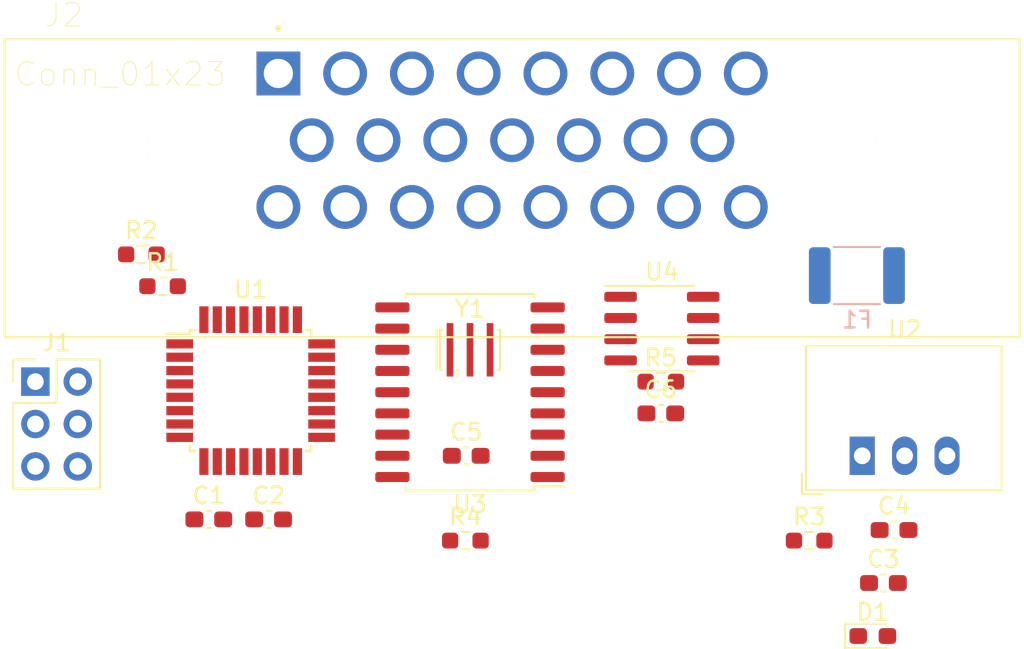
<source format=kicad_pcb>
(kicad_pcb (version 20171130) (host pcbnew 5.1.7-a382d34a8~88~ubuntu18.04.1)

  (general
    (thickness 1.6)
    (drawings 0)
    (tracks 0)
    (zones 0)
    (modules 20)
    (nets 29)
  )

  (page A4)
  (layers
    (0 F.Cu signal)
    (31 B.Cu signal)
    (32 B.Adhes user)
    (33 F.Adhes user)
    (34 B.Paste user)
    (35 F.Paste user)
    (36 B.SilkS user)
    (37 F.SilkS user)
    (38 B.Mask user)
    (39 F.Mask user)
    (40 Dwgs.User user)
    (41 Cmts.User user)
    (42 Eco1.User user)
    (43 Eco2.User user)
    (44 Edge.Cuts user)
    (45 Margin user)
    (46 B.CrtYd user hide)
    (47 F.CrtYd user)
    (48 B.Fab user hide)
    (49 F.Fab user hide)
  )

  (setup
    (last_trace_width 0.25)
    (trace_clearance 0.2)
    (zone_clearance 0.508)
    (zone_45_only no)
    (trace_min 0.2)
    (via_size 0.8)
    (via_drill 0.4)
    (via_min_size 0.4)
    (via_min_drill 0.3)
    (uvia_size 0.3)
    (uvia_drill 0.1)
    (uvias_allowed no)
    (uvia_min_size 0.2)
    (uvia_min_drill 0.1)
    (edge_width 0.05)
    (segment_width 0.2)
    (pcb_text_width 0.3)
    (pcb_text_size 1.5 1.5)
    (mod_edge_width 0.12)
    (mod_text_size 1 1)
    (mod_text_width 0.15)
    (pad_size 1.524 1.524)
    (pad_drill 0.762)
    (pad_to_mask_clearance 0)
    (aux_axis_origin 0 0)
    (visible_elements FFFFFF7F)
    (pcbplotparams
      (layerselection 0x010fc_ffffffff)
      (usegerberextensions false)
      (usegerberattributes true)
      (usegerberadvancedattributes true)
      (creategerberjobfile true)
      (excludeedgelayer true)
      (linewidth 0.100000)
      (plotframeref false)
      (viasonmask false)
      (mode 1)
      (useauxorigin false)
      (hpglpennumber 1)
      (hpglpenspeed 20)
      (hpglpendiameter 15.000000)
      (psnegative false)
      (psa4output false)
      (plotreference true)
      (plotvalue true)
      (plotinvisibletext false)
      (padsonsilk false)
      (subtractmaskfromsilk false)
      (outputformat 1)
      (mirror false)
      (drillshape 1)
      (scaleselection 1)
      (outputdirectory ""))
  )

  (net 0 "")
  (net 1 GND)
  (net 2 +5V)
  (net 3 "Net-(C2-Pad1)")
  (net 4 "Net-(C3-Pad1)")
  (net 5 "Net-(D1-Pad2)")
  (net 6 +12V)
  (net 7 /RESET)
  (net 8 /MOSI)
  (net 9 /SCK)
  (net 10 /MISO)
  (net 11 /CANL)
  (net 12 /SENSOR_4)
  (net 13 /SENSOR_3)
  (net 14 /CANH)
  (net 15 /SENSOR_1)
  (net 16 /ACC1)
  (net 17 /ACC0)
  (net 18 /BRAKE1)
  (net 19 /BRAKE0)
  (net 20 /SENSOR_2)
  (net 21 /STEER)
  (net 22 "Net-(R4-Pad2)")
  (net 23 /CAN_INT)
  (net 24 /CAN_CS)
  (net 25 "Net-(U3-Pad8)")
  (net 26 "Net-(U3-Pad7)")
  (net 27 /RXCAN)
  (net 28 /TXCAN)

  (net_class Default "This is the default net class."
    (clearance 0.2)
    (trace_width 0.25)
    (via_dia 0.8)
    (via_drill 0.4)
    (uvia_dia 0.3)
    (uvia_drill 0.1)
    (add_net +12V)
    (add_net +5V)
    (add_net /ACC0)
    (add_net /ACC1)
    (add_net /BRAKE0)
    (add_net /BRAKE1)
    (add_net /CANH)
    (add_net /CANL)
    (add_net /CAN_CS)
    (add_net /CAN_INT)
    (add_net /MISO)
    (add_net /MOSI)
    (add_net /RESET)
    (add_net /RXCAN)
    (add_net /SCK)
    (add_net /SENSOR_1)
    (add_net /SENSOR_2)
    (add_net /SENSOR_3)
    (add_net /SENSOR_4)
    (add_net /STEER)
    (add_net /TXCAN)
    (add_net GND)
    (add_net "Net-(C2-Pad1)")
    (add_net "Net-(C3-Pad1)")
    (add_net "Net-(D1-Pad2)")
    (add_net "Net-(R4-Pad2)")
    (add_net "Net-(U1-Pad12)")
    (add_net "Net-(U1-Pad13)")
    (add_net "Net-(U1-Pad14)")
    (add_net "Net-(U1-Pad19)")
    (add_net "Net-(U1-Pad22)")
    (add_net "Net-(U1-Pad28)")
    (add_net "Net-(U1-Pad30)")
    (add_net "Net-(U1-Pad31)")
    (add_net "Net-(U1-Pad7)")
    (add_net "Net-(U1-Pad8)")
    (add_net "Net-(U3-Pad10)")
    (add_net "Net-(U3-Pad11)")
    (add_net "Net-(U3-Pad3)")
    (add_net "Net-(U3-Pad4)")
    (add_net "Net-(U3-Pad5)")
    (add_net "Net-(U3-Pad6)")
    (add_net "Net-(U3-Pad7)")
    (add_net "Net-(U3-Pad8)")
    (add_net "Net-(U4-Pad5)")
  )

  (module AERO_CUSTOM:Resonator_SMD_muRata_CSTxExxV-3Pin_3.0x1.1mm_HandSoldering (layer F.Cu) (tedit 5E6FB435) (tstamp 5FFD5879)
    (at 129.54 69.215)
    (descr "SMD Resomator/Filter Murata CSTCE, https://www.murata.com/en-eu/products/productdata/8801162264606/SPEC-CSTNE16M0VH3C000R0.pdf")
    (tags "SMD SMT ceramic resonator filter")
    (path /5FFB3974)
    (attr smd)
    (fp_text reference Y1 (at 0 -2.45) (layer F.SilkS)
      (effects (font (size 1 1) (thickness 0.15)))
    )
    (fp_text value 16MHz (at 0 1.8) (layer F.Fab)
      (effects (font (size 0.2 0.2) (thickness 0.03)))
    )
    (fp_text user %R (at 0.1 -0.05) (layer F.Fab)
      (effects (font (size 0.6 0.6) (thickness 0.08)))
    )
    (fp_line (start 1.8 -1.2) (end 1.8 0.8) (layer F.SilkS) (width 0.12))
    (fp_line (start -1.8 0.8) (end -1.8 -1.2) (layer F.SilkS) (width 0.12))
    (fp_line (start -0.75 1.2) (end -0.75 1.6) (layer F.SilkS) (width 0.12))
    (fp_line (start -2 -1.2) (end -2 0.8) (layer F.SilkS) (width 0.12))
    (fp_line (start 1.8 0.8) (end 1.8 1.2) (layer F.SilkS) (width 0.12))
    (fp_line (start -1.8 0.8) (end -1.8 1.2) (layer F.SilkS) (width 0.12))
    (fp_line (start -2 0.8) (end -2 1.2) (layer F.SilkS) (width 0.12))
    (fp_line (start 1.5 0.8) (end 1.5 -0.8) (layer F.Fab) (width 0.1))
    (fp_line (start 1.5 -0.8) (end -1.5 -0.8) (layer F.Fab) (width 0.1))
    (fp_line (start -1 0.8) (end -1.5 0.3) (layer F.Fab) (width 0.1))
    (fp_line (start -1 0.8) (end 1.5 0.8) (layer F.Fab) (width 0.1))
    (fp_line (start -1.5 0.3) (end -1.5 -0.8) (layer F.Fab) (width 0.1))
    (fp_line (start 1.75 1.85) (end -1.75 1.85) (layer F.CrtYd) (width 0.05))
    (fp_line (start -1.75 -1.85) (end 1.75 -1.85) (layer F.CrtYd) (width 0.05))
    (fp_line (start 1.75 -1.85) (end 1.75 1.85) (layer F.CrtYd) (width 0.05))
    (fp_line (start -1.75 1.85) (end -1.75 -1.85) (layer F.CrtYd) (width 0.05))
    (fp_line (start -1.8 -1.2) (end -1.65 -1.2) (layer F.SilkS) (width 0.12))
    (fp_line (start -1.8 1.2) (end -1.65 1.2) (layer F.SilkS) (width 0.12))
    (fp_line (start -0.75 1.2) (end -0.8 1.2) (layer F.SilkS) (width 0.12))
    (fp_line (start 1.8 1.2) (end 1.65 1.2) (layer F.SilkS) (width 0.12))
    (fp_line (start 1.8 -1.2) (end 1.65 -1.2) (layer F.SilkS) (width 0.12))
    (pad 3 smd rect (at 1.2 0) (size 0.4 3.2) (layers F.Cu F.Paste F.Mask)
      (net 25 "Net-(U3-Pad8)"))
    (pad 2 smd rect (at 0 0) (size 0.4 3.2) (layers F.Cu F.Paste F.Mask)
      (net 1 GND))
    (pad 1 smd rect (at -1.2 0) (size 0.4 3.2) (layers F.Cu F.Paste F.Mask)
      (net 26 "Net-(U3-Pad7)"))
    (model ${AERO_3D}/CSTCE.STEP
      (at (xyz 0 0 0))
      (scale (xyz 1 1 1))
      (rotate (xyz 0 0 0))
    )
  )

  (module Package_SO:SOIC-8_3.9x4.9mm_P1.27mm (layer F.Cu) (tedit 5D9F72B1) (tstamp 5FFD585C)
    (at 141.035 67.945)
    (descr "SOIC, 8 Pin (JEDEC MS-012AA, https://www.analog.com/media/en/package-pcb-resources/package/pkg_pdf/soic_narrow-r/r_8.pdf), generated with kicad-footprint-generator ipc_gullwing_generator.py")
    (tags "SOIC SO")
    (path /5FFBACF5)
    (attr smd)
    (fp_text reference U4 (at 0 -3.4) (layer F.SilkS)
      (effects (font (size 1 1) (thickness 0.15)))
    )
    (fp_text value MCP2551-I-SN (at 0 3.4) (layer F.Fab)
      (effects (font (size 1 1) (thickness 0.15)))
    )
    (fp_text user %R (at 0 0) (layer F.Fab)
      (effects (font (size 0.98 0.98) (thickness 0.15)))
    )
    (fp_line (start 0 2.56) (end 1.95 2.56) (layer F.SilkS) (width 0.12))
    (fp_line (start 0 2.56) (end -1.95 2.56) (layer F.SilkS) (width 0.12))
    (fp_line (start 0 -2.56) (end 1.95 -2.56) (layer F.SilkS) (width 0.12))
    (fp_line (start 0 -2.56) (end -3.45 -2.56) (layer F.SilkS) (width 0.12))
    (fp_line (start -0.975 -2.45) (end 1.95 -2.45) (layer F.Fab) (width 0.1))
    (fp_line (start 1.95 -2.45) (end 1.95 2.45) (layer F.Fab) (width 0.1))
    (fp_line (start 1.95 2.45) (end -1.95 2.45) (layer F.Fab) (width 0.1))
    (fp_line (start -1.95 2.45) (end -1.95 -1.475) (layer F.Fab) (width 0.1))
    (fp_line (start -1.95 -1.475) (end -0.975 -2.45) (layer F.Fab) (width 0.1))
    (fp_line (start -3.7 -2.7) (end -3.7 2.7) (layer F.CrtYd) (width 0.05))
    (fp_line (start -3.7 2.7) (end 3.7 2.7) (layer F.CrtYd) (width 0.05))
    (fp_line (start 3.7 2.7) (end 3.7 -2.7) (layer F.CrtYd) (width 0.05))
    (fp_line (start 3.7 -2.7) (end -3.7 -2.7) (layer F.CrtYd) (width 0.05))
    (pad 8 smd roundrect (at 2.475 -1.905) (size 1.95 0.6) (layers F.Cu F.Paste F.Mask) (roundrect_rratio 0.25)
      (net 1 GND))
    (pad 7 smd roundrect (at 2.475 -0.635) (size 1.95 0.6) (layers F.Cu F.Paste F.Mask) (roundrect_rratio 0.25)
      (net 14 /CANH))
    (pad 6 smd roundrect (at 2.475 0.635) (size 1.95 0.6) (layers F.Cu F.Paste F.Mask) (roundrect_rratio 0.25)
      (net 11 /CANL))
    (pad 5 smd roundrect (at 2.475 1.905) (size 1.95 0.6) (layers F.Cu F.Paste F.Mask) (roundrect_rratio 0.25))
    (pad 4 smd roundrect (at -2.475 1.905) (size 1.95 0.6) (layers F.Cu F.Paste F.Mask) (roundrect_rratio 0.25)
      (net 27 /RXCAN))
    (pad 3 smd roundrect (at -2.475 0.635) (size 1.95 0.6) (layers F.Cu F.Paste F.Mask) (roundrect_rratio 0.25)
      (net 2 +5V))
    (pad 2 smd roundrect (at -2.475 -0.635) (size 1.95 0.6) (layers F.Cu F.Paste F.Mask) (roundrect_rratio 0.25)
      (net 1 GND))
    (pad 1 smd roundrect (at -2.475 -1.905) (size 1.95 0.6) (layers F.Cu F.Paste F.Mask) (roundrect_rratio 0.25)
      (net 28 /TXCAN))
    (model ${KISYS3DMOD}/Package_SO.3dshapes/SOIC-8_3.9x4.9mm_P1.27mm.wrl
      (at (xyz 0 0 0))
      (scale (xyz 1 1 1))
      (rotate (xyz 0 0 0))
    )
  )

  (module Package_SO:SOIC-18W_7.5x11.6mm_P1.27mm (layer F.Cu) (tedit 5D9F72B1) (tstamp 5FFD5842)
    (at 129.54 71.755 180)
    (descr "SOIC, 18 Pin (JEDEC MS-013AB, https://www.analog.com/media/en/package-pcb-resources/package/33254132129439rw_18.pdf), generated with kicad-footprint-generator ipc_gullwing_generator.py")
    (tags "SOIC SO")
    (path /5FFBACF4)
    (attr smd)
    (fp_text reference U3 (at 0 -6.72) (layer F.SilkS)
      (effects (font (size 1 1) (thickness 0.15)))
    )
    (fp_text value MCP2515-xSO (at 0 6.72) (layer F.Fab)
      (effects (font (size 1 1) (thickness 0.15)))
    )
    (fp_text user %R (at 0 0) (layer F.Fab)
      (effects (font (size 1 1) (thickness 0.15)))
    )
    (fp_line (start 0 5.885) (end 3.86 5.885) (layer F.SilkS) (width 0.12))
    (fp_line (start 3.86 5.885) (end 3.86 5.64) (layer F.SilkS) (width 0.12))
    (fp_line (start 0 5.885) (end -3.86 5.885) (layer F.SilkS) (width 0.12))
    (fp_line (start -3.86 5.885) (end -3.86 5.64) (layer F.SilkS) (width 0.12))
    (fp_line (start 0 -5.885) (end 3.86 -5.885) (layer F.SilkS) (width 0.12))
    (fp_line (start 3.86 -5.885) (end 3.86 -5.64) (layer F.SilkS) (width 0.12))
    (fp_line (start 0 -5.885) (end -3.86 -5.885) (layer F.SilkS) (width 0.12))
    (fp_line (start -3.86 -5.885) (end -3.86 -5.64) (layer F.SilkS) (width 0.12))
    (fp_line (start -3.86 -5.64) (end -5.675 -5.64) (layer F.SilkS) (width 0.12))
    (fp_line (start -2.75 -5.775) (end 3.75 -5.775) (layer F.Fab) (width 0.1))
    (fp_line (start 3.75 -5.775) (end 3.75 5.775) (layer F.Fab) (width 0.1))
    (fp_line (start 3.75 5.775) (end -3.75 5.775) (layer F.Fab) (width 0.1))
    (fp_line (start -3.75 5.775) (end -3.75 -4.775) (layer F.Fab) (width 0.1))
    (fp_line (start -3.75 -4.775) (end -2.75 -5.775) (layer F.Fab) (width 0.1))
    (fp_line (start -5.93 -6.02) (end -5.93 6.02) (layer F.CrtYd) (width 0.05))
    (fp_line (start -5.93 6.02) (end 5.93 6.02) (layer F.CrtYd) (width 0.05))
    (fp_line (start 5.93 6.02) (end 5.93 -6.02) (layer F.CrtYd) (width 0.05))
    (fp_line (start 5.93 -6.02) (end -5.93 -6.02) (layer F.CrtYd) (width 0.05))
    (pad 18 smd roundrect (at 4.65 -5.08 180) (size 2.05 0.6) (layers F.Cu F.Paste F.Mask) (roundrect_rratio 0.25)
      (net 2 +5V))
    (pad 17 smd roundrect (at 4.65 -3.81 180) (size 2.05 0.6) (layers F.Cu F.Paste F.Mask) (roundrect_rratio 0.25)
      (net 22 "Net-(R4-Pad2)"))
    (pad 16 smd roundrect (at 4.65 -2.54 180) (size 2.05 0.6) (layers F.Cu F.Paste F.Mask) (roundrect_rratio 0.25)
      (net 24 /CAN_CS))
    (pad 15 smd roundrect (at 4.65 -1.27 180) (size 2.05 0.6) (layers F.Cu F.Paste F.Mask) (roundrect_rratio 0.25)
      (net 10 /MISO))
    (pad 14 smd roundrect (at 4.65 0 180) (size 2.05 0.6) (layers F.Cu F.Paste F.Mask) (roundrect_rratio 0.25)
      (net 8 /MOSI))
    (pad 13 smd roundrect (at 4.65 1.27 180) (size 2.05 0.6) (layers F.Cu F.Paste F.Mask) (roundrect_rratio 0.25)
      (net 9 /SCK))
    (pad 12 smd roundrect (at 4.65 2.54 180) (size 2.05 0.6) (layers F.Cu F.Paste F.Mask) (roundrect_rratio 0.25)
      (net 23 /CAN_INT))
    (pad 11 smd roundrect (at 4.65 3.81 180) (size 2.05 0.6) (layers F.Cu F.Paste F.Mask) (roundrect_rratio 0.25))
    (pad 10 smd roundrect (at 4.65 5.08 180) (size 2.05 0.6) (layers F.Cu F.Paste F.Mask) (roundrect_rratio 0.25))
    (pad 9 smd roundrect (at -4.65 5.08 180) (size 2.05 0.6) (layers F.Cu F.Paste F.Mask) (roundrect_rratio 0.25)
      (net 1 GND))
    (pad 8 smd roundrect (at -4.65 3.81 180) (size 2.05 0.6) (layers F.Cu F.Paste F.Mask) (roundrect_rratio 0.25)
      (net 25 "Net-(U3-Pad8)"))
    (pad 7 smd roundrect (at -4.65 2.54 180) (size 2.05 0.6) (layers F.Cu F.Paste F.Mask) (roundrect_rratio 0.25)
      (net 26 "Net-(U3-Pad7)"))
    (pad 6 smd roundrect (at -4.65 1.27 180) (size 2.05 0.6) (layers F.Cu F.Paste F.Mask) (roundrect_rratio 0.25))
    (pad 5 smd roundrect (at -4.65 0 180) (size 2.05 0.6) (layers F.Cu F.Paste F.Mask) (roundrect_rratio 0.25))
    (pad 4 smd roundrect (at -4.65 -1.27 180) (size 2.05 0.6) (layers F.Cu F.Paste F.Mask) (roundrect_rratio 0.25))
    (pad 3 smd roundrect (at -4.65 -2.54 180) (size 2.05 0.6) (layers F.Cu F.Paste F.Mask) (roundrect_rratio 0.25))
    (pad 2 smd roundrect (at -4.65 -3.81 180) (size 2.05 0.6) (layers F.Cu F.Paste F.Mask) (roundrect_rratio 0.25)
      (net 27 /RXCAN))
    (pad 1 smd roundrect (at -4.65 -5.08 180) (size 2.05 0.6) (layers F.Cu F.Paste F.Mask) (roundrect_rratio 0.25)
      (net 28 /TXCAN))
    (model ${KISYS3DMOD}/Package_SO.3dshapes/SOIC-18W_7.5x11.6mm_P1.27mm.wrl
      (at (xyz 0 0 0))
      (scale (xyz 1 1 1))
      (rotate (xyz 0 0 0))
    )
  )

  (module Converter_DCDC:Converter_DCDC_RECOM_R-78E-0.5_THT (layer F.Cu) (tedit 5B741BB0) (tstamp 5FFD5819)
    (at 153.035 75.565)
    (descr "DCDC-Converter, RECOM, RECOM_R-78E-0.5, SIP-3, pitch 2.54mm, package size 11.6x8.5x10.4mm^3, https://www.recom-power.com/pdf/Innoline/R-78Exx-0.5.pdf")
    (tags "dc-dc recom buck sip-3 pitch 2.54mm")
    (path /5FFBF32A)
    (fp_text reference U2 (at 2.54 -7.56) (layer F.SilkS)
      (effects (font (size 1 1) (thickness 0.15)))
    )
    (fp_text value R-785.0-1.0 (at 2.54 3) (layer F.Fab)
      (effects (font (size 1 1) (thickness 0.15)))
    )
    (fp_text user %R (at 2.54 -2.25) (layer F.Fab)
      (effects (font (size 1 1) (thickness 0.15)))
    )
    (fp_line (start -3.31 -6.5) (end 8.29 -6.5) (layer F.Fab) (width 0.1))
    (fp_line (start 8.29 -6.5) (end 8.29 2) (layer F.Fab) (width 0.1))
    (fp_line (start 8.29 2) (end -2.31 2) (layer F.Fab) (width 0.1))
    (fp_line (start -2.31 2) (end -3.31 1) (layer F.Fab) (width 0.1))
    (fp_line (start -3.31 1) (end -3.31 -6.5) (layer F.Fab) (width 0.1))
    (fp_line (start -3.371 -6.56) (end 8.35 -6.56) (layer F.SilkS) (width 0.12))
    (fp_line (start -3.371 2.06) (end 8.35 2.06) (layer F.SilkS) (width 0.12))
    (fp_line (start -3.371 -6.56) (end -3.371 2.06) (layer F.SilkS) (width 0.12))
    (fp_line (start 8.35 -6.56) (end 8.35 2.06) (layer F.SilkS) (width 0.12))
    (fp_line (start -3.611 1.06) (end -3.611 2.3) (layer F.SilkS) (width 0.12))
    (fp_line (start -3.611 2.3) (end -2.371 2.3) (layer F.SilkS) (width 0.12))
    (fp_line (start -3.57 -6.75) (end -3.57 2.25) (layer F.CrtYd) (width 0.05))
    (fp_line (start -3.57 2.25) (end 8.54 2.25) (layer F.CrtYd) (width 0.05))
    (fp_line (start 8.54 2.25) (end 8.54 -6.75) (layer F.CrtYd) (width 0.05))
    (fp_line (start 8.54 -6.75) (end -3.57 -6.75) (layer F.CrtYd) (width 0.05))
    (pad 3 thru_hole oval (at 5.08 0) (size 1.5 2.3) (drill 1) (layers *.Cu *.Mask)
      (net 2 +5V))
    (pad 2 thru_hole oval (at 2.54 0) (size 1.5 2.3) (drill 1) (layers *.Cu *.Mask)
      (net 1 GND))
    (pad 1 thru_hole rect (at 0 0) (size 1.5 2.3) (drill 1) (layers *.Cu *.Mask)
      (net 4 "Net-(C3-Pad1)"))
    (model ${KISYS3DMOD}/Converter_DCDC.3dshapes/Converter_DCDC_RECOM_R-78E-0.5_THT.wrl
      (at (xyz 0 0 0))
      (scale (xyz 1 1 1))
      (rotate (xyz 0 0 0))
    )
  )

  (module Package_QFP:TQFP-32_7x7mm_P0.8mm (layer F.Cu) (tedit 5A02F146) (tstamp 5FFD5802)
    (at 116.4 71.66)
    (descr "32-Lead Plastic Thin Quad Flatpack (PT) - 7x7x1.0 mm Body, 2.00 mm [TQFP] (see Microchip Packaging Specification 00000049BS.pdf)")
    (tags "QFP 0.8")
    (path /5FFB1AB9)
    (attr smd)
    (fp_text reference U1 (at 0 -6.05) (layer F.SilkS)
      (effects (font (size 1 1) (thickness 0.15)))
    )
    (fp_text value ATmega328P-AU (at 0 6.05) (layer F.Fab)
      (effects (font (size 1 1) (thickness 0.15)))
    )
    (fp_text user %R (at 0 0) (layer F.Fab)
      (effects (font (size 1 1) (thickness 0.15)))
    )
    (fp_line (start -2.5 -3.5) (end 3.5 -3.5) (layer F.Fab) (width 0.15))
    (fp_line (start 3.5 -3.5) (end 3.5 3.5) (layer F.Fab) (width 0.15))
    (fp_line (start 3.5 3.5) (end -3.5 3.5) (layer F.Fab) (width 0.15))
    (fp_line (start -3.5 3.5) (end -3.5 -2.5) (layer F.Fab) (width 0.15))
    (fp_line (start -3.5 -2.5) (end -2.5 -3.5) (layer F.Fab) (width 0.15))
    (fp_line (start -5.3 -5.3) (end -5.3 5.3) (layer F.CrtYd) (width 0.05))
    (fp_line (start 5.3 -5.3) (end 5.3 5.3) (layer F.CrtYd) (width 0.05))
    (fp_line (start -5.3 -5.3) (end 5.3 -5.3) (layer F.CrtYd) (width 0.05))
    (fp_line (start -5.3 5.3) (end 5.3 5.3) (layer F.CrtYd) (width 0.05))
    (fp_line (start -3.625 -3.625) (end -3.625 -3.4) (layer F.SilkS) (width 0.15))
    (fp_line (start 3.625 -3.625) (end 3.625 -3.3) (layer F.SilkS) (width 0.15))
    (fp_line (start 3.625 3.625) (end 3.625 3.3) (layer F.SilkS) (width 0.15))
    (fp_line (start -3.625 3.625) (end -3.625 3.3) (layer F.SilkS) (width 0.15))
    (fp_line (start -3.625 -3.625) (end -3.3 -3.625) (layer F.SilkS) (width 0.15))
    (fp_line (start -3.625 3.625) (end -3.3 3.625) (layer F.SilkS) (width 0.15))
    (fp_line (start 3.625 3.625) (end 3.3 3.625) (layer F.SilkS) (width 0.15))
    (fp_line (start 3.625 -3.625) (end 3.3 -3.625) (layer F.SilkS) (width 0.15))
    (fp_line (start -3.625 -3.4) (end -5.05 -3.4) (layer F.SilkS) (width 0.15))
    (pad 32 smd rect (at -2.8 -4.25 90) (size 1.6 0.55) (layers F.Cu F.Paste F.Mask)
      (net 23 /CAN_INT))
    (pad 31 smd rect (at -2 -4.25 90) (size 1.6 0.55) (layers F.Cu F.Paste F.Mask))
    (pad 30 smd rect (at -1.2 -4.25 90) (size 1.6 0.55) (layers F.Cu F.Paste F.Mask))
    (pad 29 smd rect (at -0.4 -4.25 90) (size 1.6 0.55) (layers F.Cu F.Paste F.Mask)
      (net 7 /RESET))
    (pad 28 smd rect (at 0.4 -4.25 90) (size 1.6 0.55) (layers F.Cu F.Paste F.Mask))
    (pad 27 smd rect (at 1.2 -4.25 90) (size 1.6 0.55) (layers F.Cu F.Paste F.Mask)
      (net 16 /ACC1))
    (pad 26 smd rect (at 2 -4.25 90) (size 1.6 0.55) (layers F.Cu F.Paste F.Mask)
      (net 17 /ACC0))
    (pad 25 smd rect (at 2.8 -4.25 90) (size 1.6 0.55) (layers F.Cu F.Paste F.Mask)
      (net 18 /BRAKE1))
    (pad 24 smd rect (at 4.25 -2.8) (size 1.6 0.55) (layers F.Cu F.Paste F.Mask)
      (net 19 /BRAKE0))
    (pad 23 smd rect (at 4.25 -2) (size 1.6 0.55) (layers F.Cu F.Paste F.Mask)
      (net 21 /STEER))
    (pad 22 smd rect (at 4.25 -1.2) (size 1.6 0.55) (layers F.Cu F.Paste F.Mask))
    (pad 21 smd rect (at 4.25 -0.4) (size 1.6 0.55) (layers F.Cu F.Paste F.Mask)
      (net 1 GND))
    (pad 20 smd rect (at 4.25 0.4) (size 1.6 0.55) (layers F.Cu F.Paste F.Mask)
      (net 3 "Net-(C2-Pad1)"))
    (pad 19 smd rect (at 4.25 1.2) (size 1.6 0.55) (layers F.Cu F.Paste F.Mask))
    (pad 18 smd rect (at 4.25 2) (size 1.6 0.55) (layers F.Cu F.Paste F.Mask)
      (net 2 +5V))
    (pad 17 smd rect (at 4.25 2.8) (size 1.6 0.55) (layers F.Cu F.Paste F.Mask)
      (net 9 /SCK))
    (pad 16 smd rect (at 2.8 4.25 90) (size 1.6 0.55) (layers F.Cu F.Paste F.Mask)
      (net 10 /MISO))
    (pad 15 smd rect (at 2 4.25 90) (size 1.6 0.55) (layers F.Cu F.Paste F.Mask)
      (net 8 /MOSI))
    (pad 14 smd rect (at 1.2 4.25 90) (size 1.6 0.55) (layers F.Cu F.Paste F.Mask))
    (pad 13 smd rect (at 0.4 4.25 90) (size 1.6 0.55) (layers F.Cu F.Paste F.Mask))
    (pad 12 smd rect (at -0.4 4.25 90) (size 1.6 0.55) (layers F.Cu F.Paste F.Mask))
    (pad 11 smd rect (at -1.2 4.25 90) (size 1.6 0.55) (layers F.Cu F.Paste F.Mask)
      (net 12 /SENSOR_4))
    (pad 10 smd rect (at -2 4.25 90) (size 1.6 0.55) (layers F.Cu F.Paste F.Mask)
      (net 13 /SENSOR_3))
    (pad 9 smd rect (at -2.8 4.25 90) (size 1.6 0.55) (layers F.Cu F.Paste F.Mask)
      (net 24 /CAN_CS))
    (pad 8 smd rect (at -4.25 2.8) (size 1.6 0.55) (layers F.Cu F.Paste F.Mask))
    (pad 7 smd rect (at -4.25 2) (size 1.6 0.55) (layers F.Cu F.Paste F.Mask))
    (pad 6 smd rect (at -4.25 1.2) (size 1.6 0.55) (layers F.Cu F.Paste F.Mask)
      (net 2 +5V))
    (pad 5 smd rect (at -4.25 0.4) (size 1.6 0.55) (layers F.Cu F.Paste F.Mask)
      (net 1 GND))
    (pad 4 smd rect (at -4.25 -0.4) (size 1.6 0.55) (layers F.Cu F.Paste F.Mask)
      (net 2 +5V))
    (pad 3 smd rect (at -4.25 -1.2) (size 1.6 0.55) (layers F.Cu F.Paste F.Mask)
      (net 1 GND))
    (pad 2 smd rect (at -4.25 -2) (size 1.6 0.55) (layers F.Cu F.Paste F.Mask)
      (net 20 /SENSOR_2))
    (pad 1 smd rect (at -4.25 -2.8) (size 1.6 0.55) (layers F.Cu F.Paste F.Mask)
      (net 15 /SENSOR_1))
    (model ${KISYS3DMOD}/Package_QFP.3dshapes/TQFP-32_7x7mm_P0.8mm.wrl
      (at (xyz 0 0 0))
      (scale (xyz 1 1 1))
      (rotate (xyz 0 0 0))
    )
  )

  (module Resistor_SMD:R_0603_1608Metric_Pad0.98x0.95mm_HandSolder (layer F.Cu) (tedit 5F68FEEE) (tstamp 5FFD57CB)
    (at 140.97 71.12)
    (descr "Resistor SMD 0603 (1608 Metric), square (rectangular) end terminal, IPC_7351 nominal with elongated pad for handsoldering. (Body size source: IPC-SM-782 page 72, https://www.pcb-3d.com/wordpress/wp-content/uploads/ipc-sm-782a_amendment_1_and_2.pdf), generated with kicad-footprint-generator")
    (tags "resistor handsolder")
    (path /5FFBAD0A)
    (attr smd)
    (fp_text reference R5 (at 0 -1.43) (layer F.SilkS)
      (effects (font (size 1 1) (thickness 0.15)))
    )
    (fp_text value 120 (at 0 1.43) (layer F.Fab)
      (effects (font (size 1 1) (thickness 0.15)))
    )
    (fp_text user %R (at 0 0) (layer F.Fab)
      (effects (font (size 0.4 0.4) (thickness 0.06)))
    )
    (fp_line (start -0.8 0.4125) (end -0.8 -0.4125) (layer F.Fab) (width 0.1))
    (fp_line (start -0.8 -0.4125) (end 0.8 -0.4125) (layer F.Fab) (width 0.1))
    (fp_line (start 0.8 -0.4125) (end 0.8 0.4125) (layer F.Fab) (width 0.1))
    (fp_line (start 0.8 0.4125) (end -0.8 0.4125) (layer F.Fab) (width 0.1))
    (fp_line (start -0.254724 -0.5225) (end 0.254724 -0.5225) (layer F.SilkS) (width 0.12))
    (fp_line (start -0.254724 0.5225) (end 0.254724 0.5225) (layer F.SilkS) (width 0.12))
    (fp_line (start -1.65 0.73) (end -1.65 -0.73) (layer F.CrtYd) (width 0.05))
    (fp_line (start -1.65 -0.73) (end 1.65 -0.73) (layer F.CrtYd) (width 0.05))
    (fp_line (start 1.65 -0.73) (end 1.65 0.73) (layer F.CrtYd) (width 0.05))
    (fp_line (start 1.65 0.73) (end -1.65 0.73) (layer F.CrtYd) (width 0.05))
    (pad 2 smd roundrect (at 0.9125 0) (size 0.975 0.95) (layers F.Cu F.Paste F.Mask) (roundrect_rratio 0.25)
      (net 11 /CANL))
    (pad 1 smd roundrect (at -0.9125 0) (size 0.975 0.95) (layers F.Cu F.Paste F.Mask) (roundrect_rratio 0.25)
      (net 14 /CANH))
    (model ${KISYS3DMOD}/Resistor_SMD.3dshapes/R_0603_1608Metric.wrl
      (at (xyz 0 0 0))
      (scale (xyz 1 1 1))
      (rotate (xyz 0 0 0))
    )
  )

  (module Resistor_SMD:R_0603_1608Metric_Pad0.98x0.95mm_HandSolder (layer F.Cu) (tedit 5F68FEEE) (tstamp 5FFD57BA)
    (at 129.2625 80.645)
    (descr "Resistor SMD 0603 (1608 Metric), square (rectangular) end terminal, IPC_7351 nominal with elongated pad for handsoldering. (Body size source: IPC-SM-782 page 72, https://www.pcb-3d.com/wordpress/wp-content/uploads/ipc-sm-782a_amendment_1_and_2.pdf), generated with kicad-footprint-generator")
    (tags "resistor handsolder")
    (path /5FFBAD04)
    (attr smd)
    (fp_text reference R4 (at 0 -1.43) (layer F.SilkS)
      (effects (font (size 1 1) (thickness 0.15)))
    )
    (fp_text value 10K (at 0 1.43) (layer F.Fab)
      (effects (font (size 1 1) (thickness 0.15)))
    )
    (fp_text user %R (at 0 0) (layer F.Fab)
      (effects (font (size 0.4 0.4) (thickness 0.06)))
    )
    (fp_line (start -0.8 0.4125) (end -0.8 -0.4125) (layer F.Fab) (width 0.1))
    (fp_line (start -0.8 -0.4125) (end 0.8 -0.4125) (layer F.Fab) (width 0.1))
    (fp_line (start 0.8 -0.4125) (end 0.8 0.4125) (layer F.Fab) (width 0.1))
    (fp_line (start 0.8 0.4125) (end -0.8 0.4125) (layer F.Fab) (width 0.1))
    (fp_line (start -0.254724 -0.5225) (end 0.254724 -0.5225) (layer F.SilkS) (width 0.12))
    (fp_line (start -0.254724 0.5225) (end 0.254724 0.5225) (layer F.SilkS) (width 0.12))
    (fp_line (start -1.65 0.73) (end -1.65 -0.73) (layer F.CrtYd) (width 0.05))
    (fp_line (start -1.65 -0.73) (end 1.65 -0.73) (layer F.CrtYd) (width 0.05))
    (fp_line (start 1.65 -0.73) (end 1.65 0.73) (layer F.CrtYd) (width 0.05))
    (fp_line (start 1.65 0.73) (end -1.65 0.73) (layer F.CrtYd) (width 0.05))
    (pad 2 smd roundrect (at 0.9125 0) (size 0.975 0.95) (layers F.Cu F.Paste F.Mask) (roundrect_rratio 0.25)
      (net 22 "Net-(R4-Pad2)"))
    (pad 1 smd roundrect (at -0.9125 0) (size 0.975 0.95) (layers F.Cu F.Paste F.Mask) (roundrect_rratio 0.25)
      (net 2 +5V))
    (model ${KISYS3DMOD}/Resistor_SMD.3dshapes/R_0603_1608Metric.wrl
      (at (xyz 0 0 0))
      (scale (xyz 1 1 1))
      (rotate (xyz 0 0 0))
    )
  )

  (module Resistor_SMD:R_0603_1608Metric_Pad0.98x0.95mm_HandSolder (layer F.Cu) (tedit 5F68FEEE) (tstamp 5FFD57A9)
    (at 149.86 80.645)
    (descr "Resistor SMD 0603 (1608 Metric), square (rectangular) end terminal, IPC_7351 nominal with elongated pad for handsoldering. (Body size source: IPC-SM-782 page 72, https://www.pcb-3d.com/wordpress/wp-content/uploads/ipc-sm-782a_amendment_1_and_2.pdf), generated with kicad-footprint-generator")
    (tags "resistor handsolder")
    (path /5FFB9FEB)
    (attr smd)
    (fp_text reference R3 (at 0 -1.43) (layer F.SilkS)
      (effects (font (size 1 1) (thickness 0.15)))
    )
    (fp_text value 330 (at 0 1.43) (layer F.Fab)
      (effects (font (size 1 1) (thickness 0.15)))
    )
    (fp_text user %R (at 0 0) (layer F.Fab)
      (effects (font (size 0.4 0.4) (thickness 0.06)))
    )
    (fp_line (start -0.8 0.4125) (end -0.8 -0.4125) (layer F.Fab) (width 0.1))
    (fp_line (start -0.8 -0.4125) (end 0.8 -0.4125) (layer F.Fab) (width 0.1))
    (fp_line (start 0.8 -0.4125) (end 0.8 0.4125) (layer F.Fab) (width 0.1))
    (fp_line (start 0.8 0.4125) (end -0.8 0.4125) (layer F.Fab) (width 0.1))
    (fp_line (start -0.254724 -0.5225) (end 0.254724 -0.5225) (layer F.SilkS) (width 0.12))
    (fp_line (start -0.254724 0.5225) (end 0.254724 0.5225) (layer F.SilkS) (width 0.12))
    (fp_line (start -1.65 0.73) (end -1.65 -0.73) (layer F.CrtYd) (width 0.05))
    (fp_line (start -1.65 -0.73) (end 1.65 -0.73) (layer F.CrtYd) (width 0.05))
    (fp_line (start 1.65 -0.73) (end 1.65 0.73) (layer F.CrtYd) (width 0.05))
    (fp_line (start 1.65 0.73) (end -1.65 0.73) (layer F.CrtYd) (width 0.05))
    (pad 2 smd roundrect (at 0.9125 0) (size 0.975 0.95) (layers F.Cu F.Paste F.Mask) (roundrect_rratio 0.25)
      (net 2 +5V))
    (pad 1 smd roundrect (at -0.9125 0) (size 0.975 0.95) (layers F.Cu F.Paste F.Mask) (roundrect_rratio 0.25)
      (net 5 "Net-(D1-Pad2)"))
    (model ${KISYS3DMOD}/Resistor_SMD.3dshapes/R_0603_1608Metric.wrl
      (at (xyz 0 0 0))
      (scale (xyz 1 1 1))
      (rotate (xyz 0 0 0))
    )
  )

  (module Resistor_SMD:R_0603_1608Metric_Pad0.98x0.95mm_HandSolder (layer F.Cu) (tedit 5F68FEEE) (tstamp 5FFD5798)
    (at 109.855 63.5)
    (descr "Resistor SMD 0603 (1608 Metric), square (rectangular) end terminal, IPC_7351 nominal with elongated pad for handsoldering. (Body size source: IPC-SM-782 page 72, https://www.pcb-3d.com/wordpress/wp-content/uploads/ipc-sm-782a_amendment_1_and_2.pdf), generated with kicad-footprint-generator")
    (tags "resistor handsolder")
    (path /60049B65)
    (attr smd)
    (fp_text reference R2 (at 0 -1.43) (layer F.SilkS)
      (effects (font (size 1 1) (thickness 0.15)))
    )
    (fp_text value 10K (at 0 1.43) (layer F.Fab)
      (effects (font (size 1 1) (thickness 0.15)))
    )
    (fp_text user %R (at 0 0) (layer F.Fab)
      (effects (font (size 0.4 0.4) (thickness 0.06)))
    )
    (fp_line (start -0.8 0.4125) (end -0.8 -0.4125) (layer F.Fab) (width 0.1))
    (fp_line (start -0.8 -0.4125) (end 0.8 -0.4125) (layer F.Fab) (width 0.1))
    (fp_line (start 0.8 -0.4125) (end 0.8 0.4125) (layer F.Fab) (width 0.1))
    (fp_line (start 0.8 0.4125) (end -0.8 0.4125) (layer F.Fab) (width 0.1))
    (fp_line (start -0.254724 -0.5225) (end 0.254724 -0.5225) (layer F.SilkS) (width 0.12))
    (fp_line (start -0.254724 0.5225) (end 0.254724 0.5225) (layer F.SilkS) (width 0.12))
    (fp_line (start -1.65 0.73) (end -1.65 -0.73) (layer F.CrtYd) (width 0.05))
    (fp_line (start -1.65 -0.73) (end 1.65 -0.73) (layer F.CrtYd) (width 0.05))
    (fp_line (start 1.65 -0.73) (end 1.65 0.73) (layer F.CrtYd) (width 0.05))
    (fp_line (start 1.65 0.73) (end -1.65 0.73) (layer F.CrtYd) (width 0.05))
    (pad 2 smd roundrect (at 0.9125 0) (size 0.975 0.95) (layers F.Cu F.Paste F.Mask) (roundrect_rratio 0.25)
      (net 1 GND))
    (pad 1 smd roundrect (at -0.9125 0) (size 0.975 0.95) (layers F.Cu F.Paste F.Mask) (roundrect_rratio 0.25)
      (net 17 /ACC0))
    (model ${KISYS3DMOD}/Resistor_SMD.3dshapes/R_0603_1608Metric.wrl
      (at (xyz 0 0 0))
      (scale (xyz 1 1 1))
      (rotate (xyz 0 0 0))
    )
  )

  (module Resistor_SMD:R_0603_1608Metric_Pad0.98x0.95mm_HandSolder (layer F.Cu) (tedit 5F68FEEE) (tstamp 5FFD5787)
    (at 111.125 65.405)
    (descr "Resistor SMD 0603 (1608 Metric), square (rectangular) end terminal, IPC_7351 nominal with elongated pad for handsoldering. (Body size source: IPC-SM-782 page 72, https://www.pcb-3d.com/wordpress/wp-content/uploads/ipc-sm-782a_amendment_1_and_2.pdf), generated with kicad-footprint-generator")
    (tags "resistor handsolder")
    (path /6004863C)
    (attr smd)
    (fp_text reference R1 (at 0 -1.43) (layer F.SilkS)
      (effects (font (size 1 1) (thickness 0.15)))
    )
    (fp_text value 10K (at 0 1.43) (layer F.Fab)
      (effects (font (size 1 1) (thickness 0.15)))
    )
    (fp_text user %R (at 0 0) (layer F.Fab)
      (effects (font (size 0.4 0.4) (thickness 0.06)))
    )
    (fp_line (start -0.8 0.4125) (end -0.8 -0.4125) (layer F.Fab) (width 0.1))
    (fp_line (start -0.8 -0.4125) (end 0.8 -0.4125) (layer F.Fab) (width 0.1))
    (fp_line (start 0.8 -0.4125) (end 0.8 0.4125) (layer F.Fab) (width 0.1))
    (fp_line (start 0.8 0.4125) (end -0.8 0.4125) (layer F.Fab) (width 0.1))
    (fp_line (start -0.254724 -0.5225) (end 0.254724 -0.5225) (layer F.SilkS) (width 0.12))
    (fp_line (start -0.254724 0.5225) (end 0.254724 0.5225) (layer F.SilkS) (width 0.12))
    (fp_line (start -1.65 0.73) (end -1.65 -0.73) (layer F.CrtYd) (width 0.05))
    (fp_line (start -1.65 -0.73) (end 1.65 -0.73) (layer F.CrtYd) (width 0.05))
    (fp_line (start 1.65 -0.73) (end 1.65 0.73) (layer F.CrtYd) (width 0.05))
    (fp_line (start 1.65 0.73) (end -1.65 0.73) (layer F.CrtYd) (width 0.05))
    (pad 2 smd roundrect (at 0.9125 0) (size 0.975 0.95) (layers F.Cu F.Paste F.Mask) (roundrect_rratio 0.25)
      (net 1 GND))
    (pad 1 smd roundrect (at -0.9125 0) (size 0.975 0.95) (layers F.Cu F.Paste F.Mask) (roundrect_rratio 0.25)
      (net 16 /ACC1))
    (model ${KISYS3DMOD}/Resistor_SMD.3dshapes/R_0603_1608Metric.wrl
      (at (xyz 0 0 0))
      (scale (xyz 1 1 1))
      (rotate (xyz 0 0 0))
    )
  )

  (module AERO_CUSTOM:TE_1-770669-1_23pin_Horizontal (layer F.Cu) (tedit 5CA5181D) (tstamp 5FFD5776)
    (at 118.06 52.66)
    (path /6002DC8D)
    (fp_text reference J2 (at -12.855 -3.49198) (layer F.SilkS)
      (effects (font (size 1.4012 1.4012) (thickness 0.05)))
    )
    (fp_text value Conn_01x23 (at -9.475 0.045) (layer F.SilkS)
      (effects (font (size 1.40221 1.40221) (thickness 0.05)))
    )
    (fp_line (start 44.4 15.8) (end -16.4 15.8) (layer F.SilkS) (width 0.127))
    (fp_line (start 44.4 -2.05) (end -16.4 -2.05) (layer F.SilkS) (width 0.127))
    (fp_line (start -16.65 -2.3) (end 44.65 -2.3) (layer Eco1.User) (width 0.05))
    (fp_line (start 44.65 16.05) (end -16.65 16.05) (layer Eco1.User) (width 0.05))
    (fp_line (start -16.4 -2.05) (end -16.4 15.8) (layer F.SilkS) (width 0.127))
    (fp_line (start 44.4 15.8) (end 44.4 -2.05) (layer F.SilkS) (width 0.127))
    (fp_line (start 44.65 -2.3) (end 44.65 16.05) (layer Eco1.User) (width 0.05))
    (fp_line (start -16.65 16.05) (end -16.65 -2.3) (layer Eco1.User) (width 0.05))
    (fp_line (start -16.4 -2.05) (end -16.4 15.8) (layer Eco2.User) (width 0.127))
    (fp_line (start 44.4 -2.05) (end -16.4 -2.05) (layer Eco2.User) (width 0.127))
    (fp_line (start 44.4 15.8) (end 44.4 -2.05) (layer Eco2.User) (width 0.127))
    (fp_line (start 44.4 15.8) (end -16.4 15.8) (layer Eco2.User) (width 0.127))
    (fp_circle (center 0 -2.7) (end 0.1 -2.7) (layer F.SilkS) (width 0.2))
    (pad 22 thru_hole circle (at 24 8) (size 2.625 2.625) (drill 1.75) (layers *.Cu *.Mask)
      (net 1 GND))
    (pad 21 thru_hole circle (at 20 8) (size 2.625 2.625) (drill 1.75) (layers *.Cu *.Mask)
      (net 1 GND))
    (pad 20 thru_hole circle (at 16 8) (size 2.625 2.625) (drill 1.75) (layers *.Cu *.Mask)
      (net 1 GND))
    (pad 19 thru_hole circle (at 12 8) (size 2.625 2.625) (drill 1.75) (layers *.Cu *.Mask)
      (net 6 +12V))
    (pad 18 thru_hole circle (at 8 8) (size 2.625 2.625) (drill 1.75) (layers *.Cu *.Mask)
      (net 6 +12V))
    (pad 17 thru_hole circle (at 4 8) (size 2.625 2.625) (drill 1.75) (layers *.Cu *.Mask)
      (net 11 /CANL))
    (pad 14 thru_hole circle (at 22 4) (size 2.625 2.625) (drill 1.75) (layers *.Cu *.Mask)
      (net 2 +5V))
    (pad 13 thru_hole circle (at 18 4) (size 2.625 2.625) (drill 1.75) (layers *.Cu *.Mask)
      (net 2 +5V))
    (pad 12 thru_hole circle (at 14 4) (size 2.625 2.625) (drill 1.75) (layers *.Cu *.Mask)
      (net 2 +5V))
    (pad 11 thru_hole circle (at 10 4) (size 2.625 2.625) (drill 1.75) (layers *.Cu *.Mask)
      (net 12 /SENSOR_4))
    (pad 10 thru_hole circle (at 6 4) (size 2.625 2.625) (drill 1.75) (layers *.Cu *.Mask)
      (net 13 /SENSOR_3))
    (pad 7 thru_hole circle (at 24 0) (size 2.625 2.625) (drill 1.75) (layers *.Cu *.Mask)
      (net 14 /CANH))
    (pad 6 thru_hole circle (at 20 0) (size 2.625 2.625) (drill 1.75) (layers *.Cu *.Mask)
      (net 15 /SENSOR_1))
    (pad 5 thru_hole circle (at 16 0) (size 2.625 2.625) (drill 1.75) (layers *.Cu *.Mask)
      (net 16 /ACC1))
    (pad 4 thru_hole circle (at 12 0) (size 2.625 2.625) (drill 1.75) (layers *.Cu *.Mask)
      (net 17 /ACC0))
    (pad 3 thru_hole circle (at 8 0) (size 2.625 2.625) (drill 1.75) (layers *.Cu *.Mask)
      (net 18 /BRAKE1))
    (pad 2 thru_hole circle (at 4 0) (size 2.625 2.625) (drill 1.75) (layers *.Cu *.Mask)
      (net 19 /BRAKE0))
    (pad 23 thru_hole circle (at 28 8) (size 2.625 2.625) (drill 1.75) (layers *.Cu *.Mask)
      (net 1 GND))
    (pad 16 thru_hole circle (at 0 8) (size 2.625 2.625) (drill 1.75) (layers *.Cu *.Mask)
      (net 11 /CANL))
    (pad 15 thru_hole circle (at 26 4) (size 2.625 2.625) (drill 1.75) (layers *.Cu *.Mask)
      (net 2 +5V))
    (pad 9 thru_hole circle (at 2 4) (size 2.625 2.625) (drill 1.75) (layers *.Cu *.Mask)
      (net 20 /SENSOR_2))
    (pad 8 thru_hole circle (at 28 0) (size 2.625 2.625) (drill 1.75) (layers *.Cu *.Mask)
      (net 14 /CANH))
    (pad 1 thru_hole rect (at 0 0) (size 2.625 2.625) (drill 1.75) (layers *.Cu *.Mask)
      (net 21 /STEER))
    (pad Hole np_thru_hole circle (at 34.5 4.5) (size 2.85 2.85) (drill 2.85) (layers *.Cu *.Mask F.SilkS))
    (pad Hole np_thru_hole circle (at -6.5 4.5) (size 2.85 2.85) (drill 2.85) (layers *.Cu *.Mask F.SilkS))
    (model /home/cullen/Documents/AERO/KiCad/libraries/Connector_TE-AMPSEAL.pretty/3d/c-1-770669-1-n-3d.stp
      (offset (xyz 13.96999979019165 -35.55999946594238 11.42999982833862))
      (scale (xyz 1 1 1))
      (rotate (xyz -90 0 0))
    )
  )

  (module Connector_PinHeader_2.54mm:PinHeader_2x03_P2.54mm_Vertical (layer F.Cu) (tedit 59FED5CC) (tstamp 5FFD574C)
    (at 103.505 71.12)
    (descr "Through hole straight pin header, 2x03, 2.54mm pitch, double rows")
    (tags "Through hole pin header THT 2x03 2.54mm double row")
    (path /5FFBACFC)
    (fp_text reference J1 (at 1.27 -2.33) (layer F.SilkS)
      (effects (font (size 1 1) (thickness 0.15)))
    )
    (fp_text value Conn_02x03_Odd_Even (at 1.27 7.41) (layer F.Fab)
      (effects (font (size 1 1) (thickness 0.15)))
    )
    (fp_text user %R (at 1.27 2.54 90) (layer F.Fab)
      (effects (font (size 1 1) (thickness 0.15)))
    )
    (fp_line (start 0 -1.27) (end 3.81 -1.27) (layer F.Fab) (width 0.1))
    (fp_line (start 3.81 -1.27) (end 3.81 6.35) (layer F.Fab) (width 0.1))
    (fp_line (start 3.81 6.35) (end -1.27 6.35) (layer F.Fab) (width 0.1))
    (fp_line (start -1.27 6.35) (end -1.27 0) (layer F.Fab) (width 0.1))
    (fp_line (start -1.27 0) (end 0 -1.27) (layer F.Fab) (width 0.1))
    (fp_line (start -1.33 6.41) (end 3.87 6.41) (layer F.SilkS) (width 0.12))
    (fp_line (start -1.33 1.27) (end -1.33 6.41) (layer F.SilkS) (width 0.12))
    (fp_line (start 3.87 -1.33) (end 3.87 6.41) (layer F.SilkS) (width 0.12))
    (fp_line (start -1.33 1.27) (end 1.27 1.27) (layer F.SilkS) (width 0.12))
    (fp_line (start 1.27 1.27) (end 1.27 -1.33) (layer F.SilkS) (width 0.12))
    (fp_line (start 1.27 -1.33) (end 3.87 -1.33) (layer F.SilkS) (width 0.12))
    (fp_line (start -1.33 0) (end -1.33 -1.33) (layer F.SilkS) (width 0.12))
    (fp_line (start -1.33 -1.33) (end 0 -1.33) (layer F.SilkS) (width 0.12))
    (fp_line (start -1.8 -1.8) (end -1.8 6.85) (layer F.CrtYd) (width 0.05))
    (fp_line (start -1.8 6.85) (end 4.35 6.85) (layer F.CrtYd) (width 0.05))
    (fp_line (start 4.35 6.85) (end 4.35 -1.8) (layer F.CrtYd) (width 0.05))
    (fp_line (start 4.35 -1.8) (end -1.8 -1.8) (layer F.CrtYd) (width 0.05))
    (pad 6 thru_hole oval (at 2.54 5.08) (size 1.7 1.7) (drill 1) (layers *.Cu *.Mask)
      (net 1 GND))
    (pad 5 thru_hole oval (at 0 5.08) (size 1.7 1.7) (drill 1) (layers *.Cu *.Mask)
      (net 7 /RESET))
    (pad 4 thru_hole oval (at 2.54 2.54) (size 1.7 1.7) (drill 1) (layers *.Cu *.Mask)
      (net 8 /MOSI))
    (pad 3 thru_hole oval (at 0 2.54) (size 1.7 1.7) (drill 1) (layers *.Cu *.Mask)
      (net 9 /SCK))
    (pad 2 thru_hole oval (at 2.54 0) (size 1.7 1.7) (drill 1) (layers *.Cu *.Mask)
      (net 2 +5V))
    (pad 1 thru_hole rect (at 0 0) (size 1.7 1.7) (drill 1) (layers *.Cu *.Mask)
      (net 10 /MISO))
    (model ${KISYS3DMOD}/Connector_PinHeader_2.54mm.3dshapes/PinHeader_2x03_P2.54mm_Vertical.wrl
      (at (xyz 0 0 0))
      (scale (xyz 1 1 1))
      (rotate (xyz 0 0 0))
    )
  )

  (module Fuse:Fuse_1812_4532Metric_Pad1.30x3.40mm_HandSolder (layer B.Cu) (tedit 5F68FEF1) (tstamp 5FFD5730)
    (at 152.715 64.77)
    (descr "Fuse SMD 1812 (4532 Metric), square (rectangular) end terminal, IPC_7351 nominal with elongated pad for handsoldering. (Body size source: https://www.nikhef.nl/pub/departments/mt/projects/detectorR_D/dtddice/ERJ2G.pdf), generated with kicad-footprint-generator")
    (tags "fuse handsolder")
    (path /5FFB8BBE)
    (attr smd)
    (fp_text reference F1 (at 0 2.65) (layer B.SilkS)
      (effects (font (size 1 1) (thickness 0.15)) (justify mirror))
    )
    (fp_text value MF-MSMF050 (at 0 -2.65) (layer B.Fab)
      (effects (font (size 1 1) (thickness 0.15)) (justify mirror))
    )
    (fp_text user %R (at 0 0) (layer B.Fab)
      (effects (font (size 1 1) (thickness 0.15)) (justify mirror))
    )
    (fp_line (start -2.25 -1.6) (end -2.25 1.6) (layer B.Fab) (width 0.1))
    (fp_line (start -2.25 1.6) (end 2.25 1.6) (layer B.Fab) (width 0.1))
    (fp_line (start 2.25 1.6) (end 2.25 -1.6) (layer B.Fab) (width 0.1))
    (fp_line (start 2.25 -1.6) (end -2.25 -1.6) (layer B.Fab) (width 0.1))
    (fp_line (start -1.386252 1.71) (end 1.386252 1.71) (layer B.SilkS) (width 0.12))
    (fp_line (start -1.386252 -1.71) (end 1.386252 -1.71) (layer B.SilkS) (width 0.12))
    (fp_line (start -3.12 -1.95) (end -3.12 1.95) (layer B.CrtYd) (width 0.05))
    (fp_line (start -3.12 1.95) (end 3.12 1.95) (layer B.CrtYd) (width 0.05))
    (fp_line (start 3.12 1.95) (end 3.12 -1.95) (layer B.CrtYd) (width 0.05))
    (fp_line (start 3.12 -1.95) (end -3.12 -1.95) (layer B.CrtYd) (width 0.05))
    (pad 2 smd roundrect (at 2.225 0) (size 1.3 3.4) (layers B.Cu B.Paste B.Mask) (roundrect_rratio 0.192308)
      (net 6 +12V))
    (pad 1 smd roundrect (at -2.225 0) (size 1.3 3.4) (layers B.Cu B.Paste B.Mask) (roundrect_rratio 0.192308)
      (net 4 "Net-(C3-Pad1)"))
    (model ${KISYS3DMOD}/Fuse.3dshapes/Fuse_1812_4532Metric.wrl
      (at (xyz 0 0 0))
      (scale (xyz 1 1 1))
      (rotate (xyz 0 0 0))
    )
  )

  (module LED_SMD:LED_0603_1608Metric_Pad1.05x0.95mm_HandSolder (layer F.Cu) (tedit 5F68FEF1) (tstamp 5FFD571F)
    (at 153.67 86.36)
    (descr "LED SMD 0603 (1608 Metric), square (rectangular) end terminal, IPC_7351 nominal, (Body size source: http://www.tortai-tech.com/upload/download/2011102023233369053.pdf), generated with kicad-footprint-generator")
    (tags "LED handsolder")
    (path /5FFBA9DC)
    (attr smd)
    (fp_text reference D1 (at 0 -1.43) (layer F.SilkS)
      (effects (font (size 1 1) (thickness 0.15)))
    )
    (fp_text value LED (at 0 1.43) (layer F.Fab)
      (effects (font (size 1 1) (thickness 0.15)))
    )
    (fp_text user %R (at 0 0) (layer F.Fab)
      (effects (font (size 0.4 0.4) (thickness 0.06)))
    )
    (fp_line (start 0.8 -0.4) (end -0.5 -0.4) (layer F.Fab) (width 0.1))
    (fp_line (start -0.5 -0.4) (end -0.8 -0.1) (layer F.Fab) (width 0.1))
    (fp_line (start -0.8 -0.1) (end -0.8 0.4) (layer F.Fab) (width 0.1))
    (fp_line (start -0.8 0.4) (end 0.8 0.4) (layer F.Fab) (width 0.1))
    (fp_line (start 0.8 0.4) (end 0.8 -0.4) (layer F.Fab) (width 0.1))
    (fp_line (start 0.8 -0.735) (end -1.66 -0.735) (layer F.SilkS) (width 0.12))
    (fp_line (start -1.66 -0.735) (end -1.66 0.735) (layer F.SilkS) (width 0.12))
    (fp_line (start -1.66 0.735) (end 0.8 0.735) (layer F.SilkS) (width 0.12))
    (fp_line (start -1.65 0.73) (end -1.65 -0.73) (layer F.CrtYd) (width 0.05))
    (fp_line (start -1.65 -0.73) (end 1.65 -0.73) (layer F.CrtYd) (width 0.05))
    (fp_line (start 1.65 -0.73) (end 1.65 0.73) (layer F.CrtYd) (width 0.05))
    (fp_line (start 1.65 0.73) (end -1.65 0.73) (layer F.CrtYd) (width 0.05))
    (pad 2 smd roundrect (at 0.875 0) (size 1.05 0.95) (layers F.Cu F.Paste F.Mask) (roundrect_rratio 0.25)
      (net 5 "Net-(D1-Pad2)"))
    (pad 1 smd roundrect (at -0.875 0) (size 1.05 0.95) (layers F.Cu F.Paste F.Mask) (roundrect_rratio 0.25)
      (net 1 GND))
    (model ${KISYS3DMOD}/LED_SMD.3dshapes/LED_0603_1608Metric.wrl
      (at (xyz 0 0 0))
      (scale (xyz 1 1 1))
      (rotate (xyz 0 0 0))
    )
  )

  (module Capacitor_SMD:C_0603_1608Metric_Pad1.08x0.95mm_HandSolder (layer F.Cu) (tedit 5F68FEEF) (tstamp 5FFD570C)
    (at 140.97 73.025)
    (descr "Capacitor SMD 0603 (1608 Metric), square (rectangular) end terminal, IPC_7351 nominal with elongated pad for handsoldering. (Body size source: IPC-SM-782 page 76, https://www.pcb-3d.com/wordpress/wp-content/uploads/ipc-sm-782a_amendment_1_and_2.pdf), generated with kicad-footprint-generator")
    (tags "capacitor handsolder")
    (path /60014BBC)
    (attr smd)
    (fp_text reference C6 (at 0 -1.43) (layer F.SilkS)
      (effects (font (size 1 1) (thickness 0.15)))
    )
    (fp_text value 0.1u (at 0 1.43) (layer F.Fab)
      (effects (font (size 1 1) (thickness 0.15)))
    )
    (fp_text user %R (at 0 0) (layer F.Fab)
      (effects (font (size 0.4 0.4) (thickness 0.06)))
    )
    (fp_line (start -0.8 0.4) (end -0.8 -0.4) (layer F.Fab) (width 0.1))
    (fp_line (start -0.8 -0.4) (end 0.8 -0.4) (layer F.Fab) (width 0.1))
    (fp_line (start 0.8 -0.4) (end 0.8 0.4) (layer F.Fab) (width 0.1))
    (fp_line (start 0.8 0.4) (end -0.8 0.4) (layer F.Fab) (width 0.1))
    (fp_line (start -0.146267 -0.51) (end 0.146267 -0.51) (layer F.SilkS) (width 0.12))
    (fp_line (start -0.146267 0.51) (end 0.146267 0.51) (layer F.SilkS) (width 0.12))
    (fp_line (start -1.65 0.73) (end -1.65 -0.73) (layer F.CrtYd) (width 0.05))
    (fp_line (start -1.65 -0.73) (end 1.65 -0.73) (layer F.CrtYd) (width 0.05))
    (fp_line (start 1.65 -0.73) (end 1.65 0.73) (layer F.CrtYd) (width 0.05))
    (fp_line (start 1.65 0.73) (end -1.65 0.73) (layer F.CrtYd) (width 0.05))
    (pad 2 smd roundrect (at 0.8625 0) (size 1.075 0.95) (layers F.Cu F.Paste F.Mask) (roundrect_rratio 0.25)
      (net 1 GND))
    (pad 1 smd roundrect (at -0.8625 0) (size 1.075 0.95) (layers F.Cu F.Paste F.Mask) (roundrect_rratio 0.25)
      (net 2 +5V))
    (model ${KISYS3DMOD}/Capacitor_SMD.3dshapes/C_0603_1608Metric.wrl
      (at (xyz 0 0 0))
      (scale (xyz 1 1 1))
      (rotate (xyz 0 0 0))
    )
  )

  (module Capacitor_SMD:C_0603_1608Metric_Pad1.08x0.95mm_HandSolder (layer F.Cu) (tedit 5F68FEEF) (tstamp 5FFD56FB)
    (at 129.3125 75.565)
    (descr "Capacitor SMD 0603 (1608 Metric), square (rectangular) end terminal, IPC_7351 nominal with elongated pad for handsoldering. (Body size source: IPC-SM-782 page 76, https://www.pcb-3d.com/wordpress/wp-content/uploads/ipc-sm-782a_amendment_1_and_2.pdf), generated with kicad-footprint-generator")
    (tags "capacitor handsolder")
    (path /5FFBAD02)
    (attr smd)
    (fp_text reference C5 (at 0 -1.43) (layer F.SilkS)
      (effects (font (size 1 1) (thickness 0.15)))
    )
    (fp_text value 0.1u (at 0 1.43) (layer F.Fab)
      (effects (font (size 1 1) (thickness 0.15)))
    )
    (fp_text user %R (at 0 0) (layer F.Fab)
      (effects (font (size 0.4 0.4) (thickness 0.06)))
    )
    (fp_line (start -0.8 0.4) (end -0.8 -0.4) (layer F.Fab) (width 0.1))
    (fp_line (start -0.8 -0.4) (end 0.8 -0.4) (layer F.Fab) (width 0.1))
    (fp_line (start 0.8 -0.4) (end 0.8 0.4) (layer F.Fab) (width 0.1))
    (fp_line (start 0.8 0.4) (end -0.8 0.4) (layer F.Fab) (width 0.1))
    (fp_line (start -0.146267 -0.51) (end 0.146267 -0.51) (layer F.SilkS) (width 0.12))
    (fp_line (start -0.146267 0.51) (end 0.146267 0.51) (layer F.SilkS) (width 0.12))
    (fp_line (start -1.65 0.73) (end -1.65 -0.73) (layer F.CrtYd) (width 0.05))
    (fp_line (start -1.65 -0.73) (end 1.65 -0.73) (layer F.CrtYd) (width 0.05))
    (fp_line (start 1.65 -0.73) (end 1.65 0.73) (layer F.CrtYd) (width 0.05))
    (fp_line (start 1.65 0.73) (end -1.65 0.73) (layer F.CrtYd) (width 0.05))
    (pad 2 smd roundrect (at 0.8625 0) (size 1.075 0.95) (layers F.Cu F.Paste F.Mask) (roundrect_rratio 0.25)
      (net 1 GND))
    (pad 1 smd roundrect (at -0.8625 0) (size 1.075 0.95) (layers F.Cu F.Paste F.Mask) (roundrect_rratio 0.25)
      (net 2 +5V))
    (model ${KISYS3DMOD}/Capacitor_SMD.3dshapes/C_0603_1608Metric.wrl
      (at (xyz 0 0 0))
      (scale (xyz 1 1 1))
      (rotate (xyz 0 0 0))
    )
  )

  (module Capacitor_SMD:C_0603_1608Metric_Pad1.08x0.95mm_HandSolder (layer F.Cu) (tedit 5F68FEEF) (tstamp 5FFD56EA)
    (at 154.94 80.01)
    (descr "Capacitor SMD 0603 (1608 Metric), square (rectangular) end terminal, IPC_7351 nominal with elongated pad for handsoldering. (Body size source: IPC-SM-782 page 76, https://www.pcb-3d.com/wordpress/wp-content/uploads/ipc-sm-782a_amendment_1_and_2.pdf), generated with kicad-footprint-generator")
    (tags "capacitor handsolder")
    (path /5FFC0CFF)
    (attr smd)
    (fp_text reference C4 (at 0 -1.43) (layer F.SilkS)
      (effects (font (size 1 1) (thickness 0.15)))
    )
    (fp_text value 10u (at 0 1.43) (layer F.Fab)
      (effects (font (size 1 1) (thickness 0.15)))
    )
    (fp_text user %R (at 0 0) (layer F.Fab)
      (effects (font (size 0.4 0.4) (thickness 0.06)))
    )
    (fp_line (start -0.8 0.4) (end -0.8 -0.4) (layer F.Fab) (width 0.1))
    (fp_line (start -0.8 -0.4) (end 0.8 -0.4) (layer F.Fab) (width 0.1))
    (fp_line (start 0.8 -0.4) (end 0.8 0.4) (layer F.Fab) (width 0.1))
    (fp_line (start 0.8 0.4) (end -0.8 0.4) (layer F.Fab) (width 0.1))
    (fp_line (start -0.146267 -0.51) (end 0.146267 -0.51) (layer F.SilkS) (width 0.12))
    (fp_line (start -0.146267 0.51) (end 0.146267 0.51) (layer F.SilkS) (width 0.12))
    (fp_line (start -1.65 0.73) (end -1.65 -0.73) (layer F.CrtYd) (width 0.05))
    (fp_line (start -1.65 -0.73) (end 1.65 -0.73) (layer F.CrtYd) (width 0.05))
    (fp_line (start 1.65 -0.73) (end 1.65 0.73) (layer F.CrtYd) (width 0.05))
    (fp_line (start 1.65 0.73) (end -1.65 0.73) (layer F.CrtYd) (width 0.05))
    (pad 2 smd roundrect (at 0.8625 0) (size 1.075 0.95) (layers F.Cu F.Paste F.Mask) (roundrect_rratio 0.25)
      (net 1 GND))
    (pad 1 smd roundrect (at -0.8625 0) (size 1.075 0.95) (layers F.Cu F.Paste F.Mask) (roundrect_rratio 0.25)
      (net 2 +5V))
    (model ${KISYS3DMOD}/Capacitor_SMD.3dshapes/C_0603_1608Metric.wrl
      (at (xyz 0 0 0))
      (scale (xyz 1 1 1))
      (rotate (xyz 0 0 0))
    )
  )

  (module Capacitor_SMD:C_0603_1608Metric_Pad1.08x0.95mm_HandSolder (layer F.Cu) (tedit 5F68FEEF) (tstamp 5FFD56D9)
    (at 154.305 83.185)
    (descr "Capacitor SMD 0603 (1608 Metric), square (rectangular) end terminal, IPC_7351 nominal with elongated pad for handsoldering. (Body size source: IPC-SM-782 page 76, https://www.pcb-3d.com/wordpress/wp-content/uploads/ipc-sm-782a_amendment_1_and_2.pdf), generated with kicad-footprint-generator")
    (tags "capacitor handsolder")
    (path /5FFBACFA)
    (attr smd)
    (fp_text reference C3 (at 0 -1.43) (layer F.SilkS)
      (effects (font (size 1 1) (thickness 0.15)))
    )
    (fp_text value 1u (at 0 1.43) (layer F.Fab)
      (effects (font (size 1 1) (thickness 0.15)))
    )
    (fp_text user %R (at 0 0) (layer F.Fab)
      (effects (font (size 0.4 0.4) (thickness 0.06)))
    )
    (fp_line (start -0.8 0.4) (end -0.8 -0.4) (layer F.Fab) (width 0.1))
    (fp_line (start -0.8 -0.4) (end 0.8 -0.4) (layer F.Fab) (width 0.1))
    (fp_line (start 0.8 -0.4) (end 0.8 0.4) (layer F.Fab) (width 0.1))
    (fp_line (start 0.8 0.4) (end -0.8 0.4) (layer F.Fab) (width 0.1))
    (fp_line (start -0.146267 -0.51) (end 0.146267 -0.51) (layer F.SilkS) (width 0.12))
    (fp_line (start -0.146267 0.51) (end 0.146267 0.51) (layer F.SilkS) (width 0.12))
    (fp_line (start -1.65 0.73) (end -1.65 -0.73) (layer F.CrtYd) (width 0.05))
    (fp_line (start -1.65 -0.73) (end 1.65 -0.73) (layer F.CrtYd) (width 0.05))
    (fp_line (start 1.65 -0.73) (end 1.65 0.73) (layer F.CrtYd) (width 0.05))
    (fp_line (start 1.65 0.73) (end -1.65 0.73) (layer F.CrtYd) (width 0.05))
    (pad 2 smd roundrect (at 0.8625 0) (size 1.075 0.95) (layers F.Cu F.Paste F.Mask) (roundrect_rratio 0.25)
      (net 1 GND))
    (pad 1 smd roundrect (at -0.8625 0) (size 1.075 0.95) (layers F.Cu F.Paste F.Mask) (roundrect_rratio 0.25)
      (net 4 "Net-(C3-Pad1)"))
    (model ${KISYS3DMOD}/Capacitor_SMD.3dshapes/C_0603_1608Metric.wrl
      (at (xyz 0 0 0))
      (scale (xyz 1 1 1))
      (rotate (xyz 0 0 0))
    )
  )

  (module Capacitor_SMD:C_0603_1608Metric_Pad1.08x0.95mm_HandSolder (layer F.Cu) (tedit 5F68FEEF) (tstamp 5FFD56C8)
    (at 117.475 79.375)
    (descr "Capacitor SMD 0603 (1608 Metric), square (rectangular) end terminal, IPC_7351 nominal with elongated pad for handsoldering. (Body size source: IPC-SM-782 page 76, https://www.pcb-3d.com/wordpress/wp-content/uploads/ipc-sm-782a_amendment_1_and_2.pdf), generated with kicad-footprint-generator")
    (tags "capacitor handsolder")
    (path /5FFB44F0)
    (attr smd)
    (fp_text reference C2 (at 0 -1.43) (layer F.SilkS)
      (effects (font (size 1 1) (thickness 0.15)))
    )
    (fp_text value 0.1u (at 0 1.43) (layer F.Fab)
      (effects (font (size 1 1) (thickness 0.15)))
    )
    (fp_text user %R (at 0 0) (layer F.Fab)
      (effects (font (size 0.4 0.4) (thickness 0.06)))
    )
    (fp_line (start -0.8 0.4) (end -0.8 -0.4) (layer F.Fab) (width 0.1))
    (fp_line (start -0.8 -0.4) (end 0.8 -0.4) (layer F.Fab) (width 0.1))
    (fp_line (start 0.8 -0.4) (end 0.8 0.4) (layer F.Fab) (width 0.1))
    (fp_line (start 0.8 0.4) (end -0.8 0.4) (layer F.Fab) (width 0.1))
    (fp_line (start -0.146267 -0.51) (end 0.146267 -0.51) (layer F.SilkS) (width 0.12))
    (fp_line (start -0.146267 0.51) (end 0.146267 0.51) (layer F.SilkS) (width 0.12))
    (fp_line (start -1.65 0.73) (end -1.65 -0.73) (layer F.CrtYd) (width 0.05))
    (fp_line (start -1.65 -0.73) (end 1.65 -0.73) (layer F.CrtYd) (width 0.05))
    (fp_line (start 1.65 -0.73) (end 1.65 0.73) (layer F.CrtYd) (width 0.05))
    (fp_line (start 1.65 0.73) (end -1.65 0.73) (layer F.CrtYd) (width 0.05))
    (pad 2 smd roundrect (at 0.8625 0) (size 1.075 0.95) (layers F.Cu F.Paste F.Mask) (roundrect_rratio 0.25)
      (net 1 GND))
    (pad 1 smd roundrect (at -0.8625 0) (size 1.075 0.95) (layers F.Cu F.Paste F.Mask) (roundrect_rratio 0.25)
      (net 3 "Net-(C2-Pad1)"))
    (model ${KISYS3DMOD}/Capacitor_SMD.3dshapes/C_0603_1608Metric.wrl
      (at (xyz 0 0 0))
      (scale (xyz 1 1 1))
      (rotate (xyz 0 0 0))
    )
  )

  (module Capacitor_SMD:C_0603_1608Metric_Pad1.08x0.95mm_HandSolder (layer F.Cu) (tedit 5F68FEEF) (tstamp 5FFD56B7)
    (at 113.8925 79.375)
    (descr "Capacitor SMD 0603 (1608 Metric), square (rectangular) end terminal, IPC_7351 nominal with elongated pad for handsoldering. (Body size source: IPC-SM-782 page 76, https://www.pcb-3d.com/wordpress/wp-content/uploads/ipc-sm-782a_amendment_1_and_2.pdf), generated with kicad-footprint-generator")
    (tags "capacitor handsolder")
    (path /5FFFE8D6)
    (attr smd)
    (fp_text reference C1 (at 0 -1.43) (layer F.SilkS)
      (effects (font (size 1 1) (thickness 0.15)))
    )
    (fp_text value 0.1u (at 0 1.43) (layer F.Fab)
      (effects (font (size 1 1) (thickness 0.15)))
    )
    (fp_text user %R (at 0 0) (layer F.Fab)
      (effects (font (size 0.4 0.4) (thickness 0.06)))
    )
    (fp_line (start -0.8 0.4) (end -0.8 -0.4) (layer F.Fab) (width 0.1))
    (fp_line (start -0.8 -0.4) (end 0.8 -0.4) (layer F.Fab) (width 0.1))
    (fp_line (start 0.8 -0.4) (end 0.8 0.4) (layer F.Fab) (width 0.1))
    (fp_line (start 0.8 0.4) (end -0.8 0.4) (layer F.Fab) (width 0.1))
    (fp_line (start -0.146267 -0.51) (end 0.146267 -0.51) (layer F.SilkS) (width 0.12))
    (fp_line (start -0.146267 0.51) (end 0.146267 0.51) (layer F.SilkS) (width 0.12))
    (fp_line (start -1.65 0.73) (end -1.65 -0.73) (layer F.CrtYd) (width 0.05))
    (fp_line (start -1.65 -0.73) (end 1.65 -0.73) (layer F.CrtYd) (width 0.05))
    (fp_line (start 1.65 -0.73) (end 1.65 0.73) (layer F.CrtYd) (width 0.05))
    (fp_line (start 1.65 0.73) (end -1.65 0.73) (layer F.CrtYd) (width 0.05))
    (pad 2 smd roundrect (at 0.8625 0) (size 1.075 0.95) (layers F.Cu F.Paste F.Mask) (roundrect_rratio 0.25)
      (net 1 GND))
    (pad 1 smd roundrect (at -0.8625 0) (size 1.075 0.95) (layers F.Cu F.Paste F.Mask) (roundrect_rratio 0.25)
      (net 2 +5V))
    (model ${KISYS3DMOD}/Capacitor_SMD.3dshapes/C_0603_1608Metric.wrl
      (at (xyz 0 0 0))
      (scale (xyz 1 1 1))
      (rotate (xyz 0 0 0))
    )
  )

)

</source>
